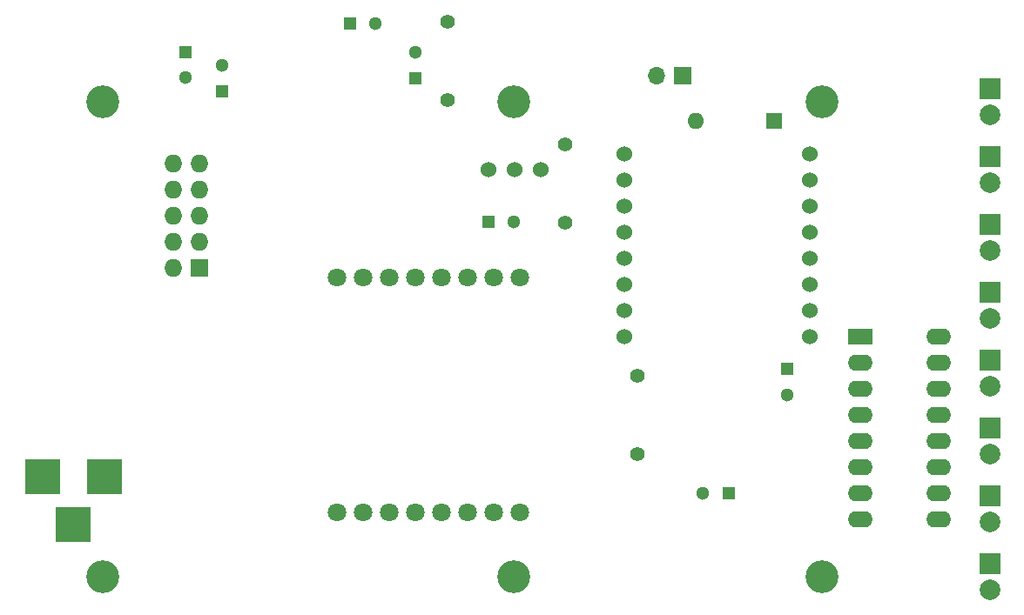
<source format=gbs>
G04 #@! TF.GenerationSoftware,KiCad,Pcbnew,5.1.12*
G04 #@! TF.CreationDate,2023-02-14T20:37:59-07:00*
G04 #@! TF.ProjectId,RetroWiFiModem,52657472-6f57-4694-9669-4d6f64656d2e,0.3*
G04 #@! TF.SameCoordinates,Original*
G04 #@! TF.FileFunction,Soldermask,Bot*
G04 #@! TF.FilePolarity,Negative*
%FSLAX46Y46*%
G04 Gerber Fmt 4.6, Leading zero omitted, Abs format (unit mm)*
G04 Created by KiCad (PCBNEW 5.1.12) date 2023-02-14 20:37:59*
%MOMM*%
%LPD*%
G01*
G04 APERTURE LIST*
%ADD10C,1.524000*%
%ADD11C,1.300000*%
%ADD12R,1.300000X1.300000*%
%ADD13C,1.397000*%
%ADD14C,1.800000*%
%ADD15O,1.727200X1.727200*%
%ADD16R,1.727200X1.727200*%
%ADD17R,3.500120X3.500120*%
%ADD18C,2.000000*%
%ADD19R,2.000000X2.000000*%
%ADD20R,1.700000X1.700000*%
%ADD21O,1.700000X1.700000*%
%ADD22O,2.400000X1.600000*%
%ADD23R,2.400000X1.600000*%
%ADD24C,3.200000*%
%ADD25R,1.600000X1.600000*%
%ADD26O,1.600000X1.600000*%
G04 APERTURE END LIST*
D10*
X188214000Y-90805000D03*
X188214000Y-93345000D03*
X188214000Y-95885000D03*
X188214000Y-98425000D03*
X188214000Y-100965000D03*
X188214000Y-103505000D03*
X188214000Y-106045000D03*
X188214000Y-108585000D03*
X170180000Y-108585000D03*
X170180000Y-106045000D03*
X170180000Y-103505000D03*
X170180000Y-100965000D03*
X170180000Y-98425000D03*
X170180000Y-95885000D03*
X170180000Y-93345000D03*
X170180000Y-90805000D03*
D11*
X186055000Y-114260000D03*
D12*
X186055000Y-111760000D03*
D11*
X159472000Y-97409000D03*
D12*
X156972000Y-97409000D03*
D11*
X177840000Y-123825000D03*
D12*
X180340000Y-123825000D03*
D11*
X149860000Y-80939000D03*
D12*
X149860000Y-83439000D03*
D11*
X146010000Y-78105000D03*
D12*
X143510000Y-78105000D03*
D11*
X131064000Y-82209000D03*
D12*
X131064000Y-84709000D03*
D11*
X127508000Y-83399000D03*
D12*
X127508000Y-80899000D03*
D13*
X171450000Y-112395000D03*
X171450000Y-120015000D03*
X153035000Y-85598000D03*
X153035000Y-77978000D03*
X164465000Y-97536000D03*
X164465000Y-89916000D03*
D14*
X160020000Y-125730000D03*
X160020000Y-102870000D03*
X157480000Y-125730000D03*
X157480000Y-102870000D03*
X154940000Y-125730000D03*
X154940000Y-102870000D03*
X152400000Y-125730000D03*
X152400000Y-102870000D03*
X149860000Y-125730000D03*
X149860000Y-102870000D03*
X147320000Y-125730000D03*
X147320000Y-102870000D03*
X144780000Y-125730000D03*
X144780000Y-102870000D03*
X142240000Y-125730000D03*
X142240000Y-102870000D03*
D15*
X126365000Y-91805000D03*
X128905000Y-91805000D03*
X126365000Y-94345000D03*
X128905000Y-94345000D03*
X126365000Y-96885000D03*
X128905000Y-96885000D03*
X126365000Y-99425000D03*
X128905000Y-99425000D03*
X126365000Y-101965000D03*
D16*
X128905000Y-101965000D03*
D17*
X116610400Y-126929000D03*
X113610660Y-122230000D03*
X119610140Y-122230000D03*
D18*
X205740000Y-133284000D03*
D19*
X205740000Y-130744000D03*
D18*
X205740000Y-126680000D03*
D19*
X205740000Y-124140000D03*
D18*
X205740000Y-120076000D03*
D19*
X205740000Y-117536000D03*
D18*
X205740000Y-113472000D03*
D19*
X205740000Y-110932000D03*
D18*
X205740000Y-106868000D03*
D19*
X205740000Y-104328000D03*
D18*
X205740000Y-100264000D03*
D19*
X205740000Y-97724000D03*
D18*
X205740000Y-93660000D03*
D19*
X205740000Y-91120000D03*
D18*
X205740000Y-87056000D03*
D19*
X205740000Y-84516000D03*
D20*
X175895000Y-83185000D03*
D21*
X173355000Y-83185000D03*
D22*
X200723500Y-108585000D03*
X193103500Y-126365000D03*
X200723500Y-111125000D03*
X193103500Y-123825000D03*
X200723500Y-113665000D03*
X193103500Y-121285000D03*
X200723500Y-116205000D03*
X193103500Y-118745000D03*
X200723500Y-118745000D03*
X193103500Y-116205000D03*
X200723500Y-121285000D03*
X193103500Y-113665000D03*
X200723500Y-123825000D03*
X193103500Y-111125000D03*
X200723500Y-126365000D03*
D23*
X193103500Y-108585000D03*
D10*
X156972000Y-92329000D03*
X162052000Y-92329000D03*
X159512000Y-92329000D03*
D24*
X119450000Y-85770000D03*
X119450000Y-132020000D03*
X159450000Y-132020000D03*
X159450000Y-85770000D03*
X189450000Y-85770000D03*
X189450000Y-132020000D03*
D25*
X184785000Y-87630000D03*
D26*
X177165000Y-87630000D03*
M02*

</source>
